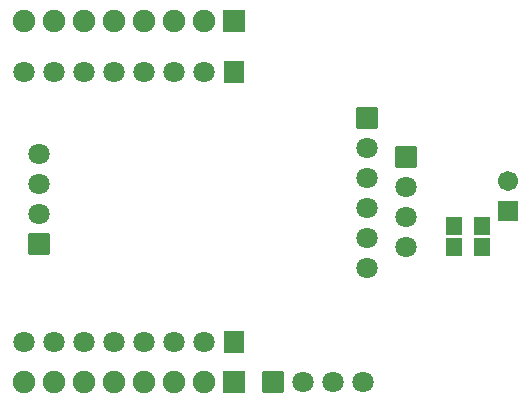
<source format=gbs>
G04 Layer: BottomSolderMaskLayer*
G04 EasyEDA v6.5.44, 2024-09-01 12:15:54*
G04 62699ee94d054cea995aae1e18215b50,9332716679504667801b7cb99b0421ba,10*
G04 Gerber Generator version 0.2*
G04 Scale: 100 percent, Rotated: No, Reflected: No *
G04 Dimensions in inches *
G04 leading zeros omitted , absolute positions ,3 integer and 6 decimal *
%FSLAX36Y36*%
%MOIN*%

%AMMACRO1*4,1,8,-0.0244,-0.0315,-0.0256,-0.0303,-0.0256,0.0304,-0.0244,0.0315,0.0244,0.0315,0.0256,0.0304,0.0256,-0.0303,0.0244,-0.0315,-0.0244,-0.0315,0*%
%AMMACRO2*4,1,8,-0.0343,-0.0355,-0.0355,-0.0343,-0.0355,0.0343,-0.0343,0.0355,0.0343,0.0355,0.0355,0.0343,0.0355,-0.0343,0.0343,-0.0355,-0.0343,-0.0355,0*%
%AMMACRO3*4,1,8,-0.0318,-0.0355,-0.033,-0.0343,-0.033,0.0343,-0.0318,0.0355,0.0318,0.0355,0.033,0.0343,0.033,-0.0343,0.0318,-0.0355,-0.0318,-0.0355,0*%
%AMMACRO4*4,1,8,-0.0363,-0.0374,-0.0374,-0.0362,-0.0374,0.0363,-0.0363,0.0374,0.0362,0.0374,0.0374,0.0363,0.0374,-0.0362,0.0362,-0.0374,-0.0363,-0.0374,0*%
%AMMACRO5*4,1,8,-0.0323,-0.0335,-0.0335,-0.0323,-0.0335,0.0323,-0.0323,0.0335,0.0323,0.0335,0.0335,0.0323,0.0335,-0.0323,0.0323,-0.0335,-0.0323,-0.0335,0*%
%ADD10MACRO1*%
%ADD11MACRO2*%
%ADD12C,0.0709*%
%ADD13MACRO3*%
%ADD14MACRO4*%
%ADD15C,0.0749*%
%ADD16MACRO5*%
%ADD17C,0.0670*%

%LPD*%
D10*
G01*
X2752240Y2035000D03*
G01*
X2657759Y2035000D03*
G01*
X2752240Y1965000D03*
G01*
X2657759Y1965000D03*
D11*
G01*
X2497334Y2265664D03*
D12*
G01*
X2497330Y2165670D03*
G01*
X2497330Y2065670D03*
G01*
X2497330Y1965670D03*
G01*
X1225000Y2550000D03*
G01*
X1325000Y2550000D03*
G01*
X1425000Y2550000D03*
G01*
X1525000Y2550000D03*
G01*
X1625000Y2550000D03*
G01*
X1725000Y2550000D03*
G01*
X1825000Y2550000D03*
D13*
G01*
X1925000Y2549994D03*
D14*
G01*
X1925000Y1515000D03*
D15*
G01*
X1825000Y1515000D03*
G01*
X1725000Y1515000D03*
G01*
X1625000Y1515000D03*
G01*
X1525000Y1515000D03*
G01*
X1425000Y1515000D03*
G01*
X1325000Y1515000D03*
G01*
X1225000Y1515000D03*
D12*
G01*
X1225000Y1650000D03*
G01*
X1325000Y1650000D03*
G01*
X1425000Y1650000D03*
G01*
X1525000Y1650000D03*
G01*
X1625000Y1650000D03*
G01*
X1725000Y1650000D03*
G01*
X1825000Y1650000D03*
D13*
G01*
X1925000Y1649994D03*
D11*
G01*
X2370004Y2394994D03*
D12*
G01*
X2370000Y2295000D03*
G01*
X2370000Y2195000D03*
G01*
X2370000Y2095000D03*
G01*
X2370000Y1995000D03*
G01*
X2370000Y1895000D03*
D11*
G01*
X1275000Y1974994D03*
D12*
G01*
X1275000Y2075000D03*
G01*
X1275000Y2175000D03*
G01*
X1275000Y2275000D03*
D11*
G01*
X2055004Y1514994D03*
D12*
G01*
X2155000Y1515000D03*
G01*
X2255000Y1515000D03*
G01*
X2355000Y1515000D03*
D14*
G01*
X1925000Y2720000D03*
D15*
G01*
X1825000Y2720000D03*
G01*
X1725000Y2720000D03*
G01*
X1625000Y2720000D03*
G01*
X1525000Y2720000D03*
G01*
X1425000Y2720000D03*
G01*
X1325000Y2720000D03*
G01*
X1225000Y2720000D03*
D16*
G01*
X2840000Y2085000D03*
D17*
G01*
X2840000Y2185000D03*
M02*

</source>
